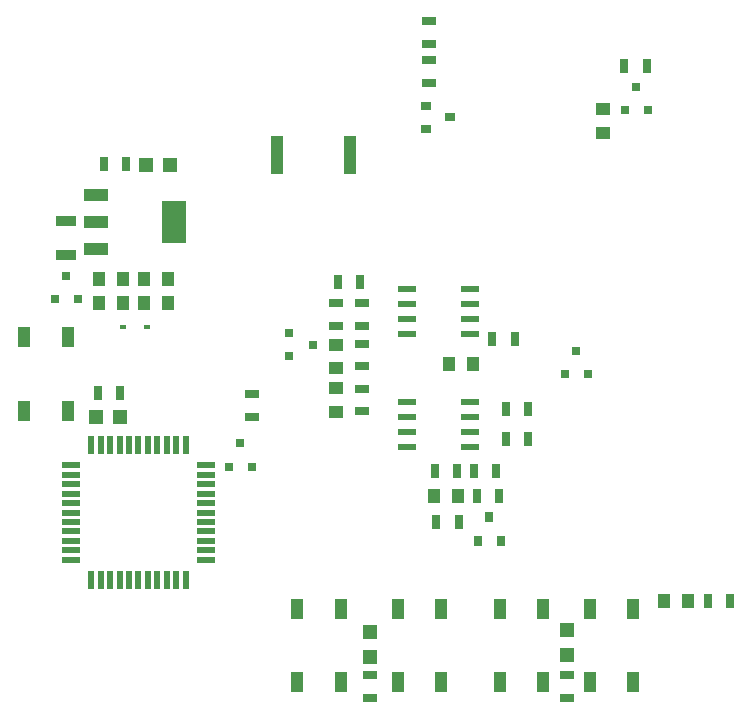
<source format=gbr>
G04 #@! TF.GenerationSoftware,KiCad,Pcbnew,(5.1.4)-1*
G04 #@! TF.CreationDate,2020-04-24T18:52:46+02:00*
G04 #@! TF.ProjectId,electronic_load,656c6563-7472-46f6-9e69-635f6c6f6164,rev?*
G04 #@! TF.SameCoordinates,Original*
G04 #@! TF.FileFunction,Paste,Top*
G04 #@! TF.FilePolarity,Positive*
%FSLAX46Y46*%
G04 Gerber Fmt 4.6, Leading zero omitted, Abs format (unit mm)*
G04 Created by KiCad (PCBNEW (5.1.4)-1) date 2020-04-24 18:52:46*
%MOMM*%
%LPD*%
G04 APERTURE LIST*
%ADD10R,1.250000X1.000000*%
%ADD11R,0.700000X1.300000*%
%ADD12R,0.800000X0.900000*%
%ADD13R,0.900000X0.800000*%
%ADD14R,1.700000X0.900000*%
%ADD15R,0.800100X0.800100*%
%ADD16R,1.000000X1.250000*%
%ADD17R,2.032000X1.016000*%
%ADD18R,2.032000X3.657600*%
%ADD19R,1.198880X1.198880*%
%ADD20R,1.300000X0.700000*%
%ADD21R,1.000000X3.200000*%
%ADD22R,1.100000X1.800000*%
%ADD23R,1.500000X0.550000*%
%ADD24R,0.550000X1.500000*%
%ADD25R,1.550000X0.600000*%
%ADD26R,0.600000X0.450000*%
G04 APERTURE END LIST*
D10*
X100330000Y-82137000D03*
X100330000Y-80137000D03*
D11*
X104013000Y-76454000D03*
X102113000Y-76454000D03*
X86172000Y-115062000D03*
X88072000Y-115062000D03*
X91501000Y-112903000D03*
X89601000Y-112903000D03*
D12*
X90678000Y-114697000D03*
X91628000Y-116697000D03*
X89728000Y-116697000D03*
D13*
X87344000Y-80838000D03*
X85344000Y-81788000D03*
X85344000Y-79888000D03*
D11*
X79753500Y-94805500D03*
X77853500Y-94805500D03*
D14*
X54864000Y-89612000D03*
X54864000Y-92512000D03*
D15*
X54864000Y-94234000D03*
X55814000Y-96232980D03*
X53914000Y-96232980D03*
D16*
X105489500Y-121793000D03*
X107489500Y-121793000D03*
D17*
X57404000Y-87376000D03*
X57404000Y-91948000D03*
X57404000Y-89662000D03*
D18*
X64008000Y-89662000D03*
D11*
X109156500Y-121793000D03*
X111056500Y-121793000D03*
D19*
X61561980Y-84836000D03*
X63660020Y-84836000D03*
D15*
X103124000Y-78232000D03*
X104074000Y-80230980D03*
X102174000Y-80230980D03*
D20*
X97218500Y-129979500D03*
X97218500Y-128079500D03*
X80581500Y-129979500D03*
X80581500Y-128079500D03*
D19*
X97218500Y-126334520D03*
X97218500Y-124236480D03*
X80581500Y-126492000D03*
X80581500Y-124393960D03*
D15*
X69593500Y-108427520D03*
X70543500Y-110426500D03*
X68643500Y-110426500D03*
X98044000Y-100584000D03*
X98994000Y-102582980D03*
X97094000Y-102582980D03*
X75722480Y-100073500D03*
X73723500Y-101023500D03*
X73723500Y-99123500D03*
D20*
X70612000Y-104272000D03*
X70612000Y-106172000D03*
D21*
X78868200Y-84023200D03*
X72668200Y-84023200D03*
D11*
X90932000Y-99568000D03*
X92832000Y-99568000D03*
D10*
X77724000Y-102076000D03*
X77724000Y-100076000D03*
D16*
X87995000Y-112903000D03*
X85995000Y-112903000D03*
D10*
X77724000Y-105775000D03*
X77724000Y-103775000D03*
D16*
X87265000Y-101727000D03*
X89265000Y-101727000D03*
D11*
X58044000Y-84831000D03*
X59944000Y-84831000D03*
D16*
X61468000Y-94488000D03*
X63468000Y-94488000D03*
X61468000Y-96520000D03*
X63468000Y-96520000D03*
X59658000Y-96520000D03*
X57658000Y-96520000D03*
X59658000Y-94488000D03*
X57658000Y-94488000D03*
D22*
X99170000Y-128628000D03*
X99170000Y-122428000D03*
X102870000Y-128628000D03*
X102870000Y-122428000D03*
X91550000Y-128628000D03*
X91550000Y-122428000D03*
X95250000Y-128628000D03*
X95250000Y-122428000D03*
X82914000Y-128628000D03*
X82914000Y-122428000D03*
X86614000Y-128628000D03*
X86614000Y-122428000D03*
X74405000Y-128628000D03*
X74405000Y-122428000D03*
X78105000Y-128628000D03*
X78105000Y-122428000D03*
X51308000Y-105664000D03*
X51308000Y-99464000D03*
X55008000Y-105664000D03*
X55008000Y-99464000D03*
D20*
X77724000Y-98486000D03*
X77724000Y-96586000D03*
X79883000Y-96586000D03*
X79883000Y-98486000D03*
X79883000Y-101915000D03*
X79883000Y-100015000D03*
X85598000Y-72710000D03*
X85598000Y-74610000D03*
D23*
X55260000Y-110300000D03*
X55260000Y-111100000D03*
X55260000Y-111900000D03*
X55260000Y-112700000D03*
X55260000Y-113500000D03*
X55260000Y-114300000D03*
X55260000Y-115100000D03*
X55260000Y-115900000D03*
X55260000Y-116700000D03*
X55260000Y-117500000D03*
X55260000Y-118300000D03*
D24*
X56960000Y-120000000D03*
X57760000Y-120000000D03*
X58560000Y-120000000D03*
X59360000Y-120000000D03*
X60160000Y-120000000D03*
X60960000Y-120000000D03*
X61760000Y-120000000D03*
X62560000Y-120000000D03*
X63360000Y-120000000D03*
X64160000Y-120000000D03*
X64960000Y-120000000D03*
D23*
X66660000Y-118300000D03*
X66660000Y-117500000D03*
X66660000Y-116700000D03*
X66660000Y-115900000D03*
X66660000Y-115100000D03*
X66660000Y-114300000D03*
X66660000Y-113500000D03*
X66660000Y-112700000D03*
X66660000Y-111900000D03*
X66660000Y-111100000D03*
X66660000Y-110300000D03*
D24*
X64960000Y-108600000D03*
X64160000Y-108600000D03*
X63360000Y-108600000D03*
X62560000Y-108600000D03*
X61760000Y-108600000D03*
X60960000Y-108600000D03*
X60160000Y-108600000D03*
X59360000Y-108600000D03*
X58560000Y-108600000D03*
X57760000Y-108600000D03*
X56960000Y-108600000D03*
D25*
X83660000Y-108712000D03*
X83660000Y-107442000D03*
X83660000Y-106172000D03*
X83660000Y-104902000D03*
X89060000Y-104902000D03*
X89060000Y-106172000D03*
X89060000Y-107442000D03*
X89060000Y-108712000D03*
X89060000Y-99187000D03*
X89060000Y-97917000D03*
X89060000Y-96647000D03*
X89060000Y-95377000D03*
X83660000Y-95377000D03*
X83660000Y-96647000D03*
X83660000Y-97917000D03*
X83660000Y-99187000D03*
D11*
X93975000Y-108077000D03*
X92075000Y-108077000D03*
X87945000Y-110744000D03*
X86045000Y-110744000D03*
X92080000Y-105537000D03*
X93980000Y-105537000D03*
X89347000Y-110744000D03*
X91247000Y-110744000D03*
D20*
X79883000Y-105725000D03*
X79883000Y-103825000D03*
X85598000Y-76012000D03*
X85598000Y-77912000D03*
D11*
X57536000Y-104140000D03*
X59436000Y-104140000D03*
D19*
X59436000Y-106172000D03*
X57337960Y-106172000D03*
D26*
X61722000Y-98552000D03*
X59622000Y-98552000D03*
M02*

</source>
